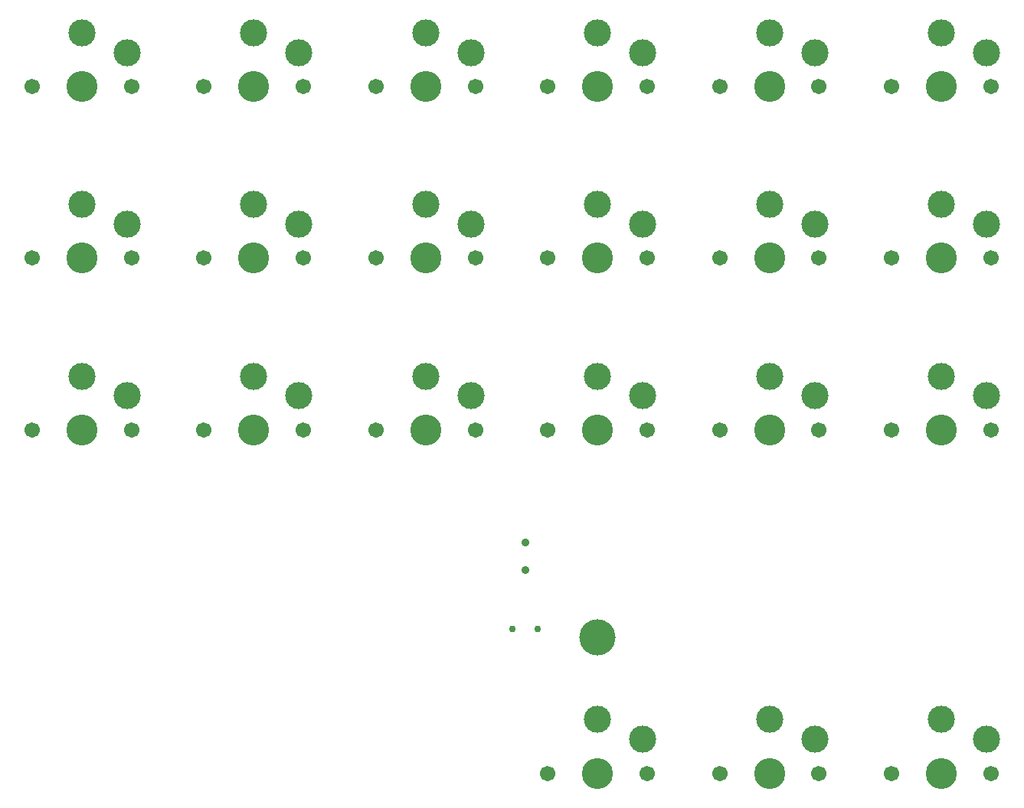
<source format=gbr>
%TF.GenerationSoftware,KiCad,Pcbnew,9.0.4*%
%TF.CreationDate,2025-09-30T09:24:15+02:00*%
%TF.ProjectId,left-finished,6c656674-2d66-4696-9e69-736865642e6b,v1.0.0*%
%TF.SameCoordinates,Original*%
%TF.FileFunction,NonPlated,1,2,NPTH,Drill*%
%TF.FilePolarity,Positive*%
%FSLAX46Y46*%
G04 Gerber Fmt 4.6, Leading zero omitted, Abs format (unit mm)*
G04 Created by KiCad (PCBNEW 9.0.4) date 2025-09-30 09:24:15*
%MOMM*%
%LPD*%
G01*
G04 APERTURE LIST*
%TA.AperFunction,ComponentDrill*%
%ADD10C,0.750000*%
%TD*%
%TA.AperFunction,ComponentDrill*%
%ADD11C,0.900000*%
%TD*%
%TA.AperFunction,ComponentDrill*%
%ADD12C,1.701800*%
%TD*%
%TA.AperFunction,ComponentDrill*%
%ADD13C,3.000000*%
%TD*%
%TA.AperFunction,ComponentDrill*%
%ADD14C,3.429000*%
%TD*%
%TA.AperFunction,ComponentDrill*%
%ADD15C,4.000000*%
%TD*%
G04 APERTURE END LIST*
D10*
%TO.C,B1*%
X147625000Y-134000000D03*
X150375000Y-134000000D03*
D11*
%TO.C,T1*%
X149000000Y-124500000D03*
X149000000Y-127500000D03*
D12*
%TO.C,S3*%
X94500000Y-74000000D03*
%TO.C,S2*%
X94500000Y-93000000D03*
%TO.C,S1*%
X94500000Y-112000000D03*
%TO.C,S3*%
X105500000Y-74000000D03*
%TO.C,S2*%
X105500000Y-93000000D03*
%TO.C,S1*%
X105500000Y-112000000D03*
%TO.C,S6*%
X113500000Y-74000000D03*
%TO.C,S5*%
X113500000Y-93000000D03*
%TO.C,S4*%
X113500000Y-112000000D03*
%TO.C,S6*%
X124500000Y-74000000D03*
%TO.C,S5*%
X124500000Y-93000000D03*
%TO.C,S4*%
X124500000Y-112000000D03*
%TO.C,S9*%
X132500000Y-74000000D03*
%TO.C,S8*%
X132500000Y-93000000D03*
%TO.C,S7*%
X132500000Y-112000000D03*
%TO.C,S9*%
X143500000Y-74000000D03*
%TO.C,S8*%
X143500000Y-93000000D03*
%TO.C,S7*%
X143500000Y-112000000D03*
%TO.C,S13*%
X151500000Y-74000000D03*
%TO.C,S12*%
X151500000Y-93000000D03*
%TO.C,S11*%
X151500000Y-112000000D03*
%TO.C,S10*%
X151500000Y-150000000D03*
%TO.C,S13*%
X162500000Y-74000000D03*
%TO.C,S12*%
X162500000Y-93000000D03*
%TO.C,S11*%
X162500000Y-112000000D03*
%TO.C,S10*%
X162500000Y-150000000D03*
%TO.C,S17*%
X170500000Y-74000000D03*
%TO.C,S16*%
X170500000Y-93000000D03*
%TO.C,S15*%
X170500000Y-112000000D03*
%TO.C,S14*%
X170500000Y-150000000D03*
%TO.C,S17*%
X181500000Y-74000000D03*
%TO.C,S16*%
X181500000Y-93000000D03*
%TO.C,S15*%
X181500000Y-112000000D03*
%TO.C,S14*%
X181500000Y-150000000D03*
%TO.C,S21*%
X189500000Y-74000000D03*
%TO.C,S20*%
X189500000Y-93000000D03*
%TO.C,S19*%
X189500000Y-112000000D03*
%TO.C,S18*%
X189500000Y-150000000D03*
%TO.C,S21*%
X200500000Y-74000000D03*
%TO.C,S20*%
X200500000Y-93000000D03*
%TO.C,S19*%
X200500000Y-112000000D03*
%TO.C,S18*%
X200500000Y-150000000D03*
D13*
%TO.C,S3*%
X100000000Y-68050000D03*
%TO.C,S2*%
X100000000Y-87050000D03*
%TO.C,S1*%
X100000000Y-106050000D03*
%TO.C,S3*%
X105000000Y-70250000D03*
%TO.C,S2*%
X105000000Y-89250000D03*
%TO.C,S1*%
X105000000Y-108250000D03*
%TO.C,S6*%
X119000000Y-68050000D03*
%TO.C,S5*%
X119000000Y-87050000D03*
%TO.C,S4*%
X119000000Y-106050000D03*
%TO.C,S6*%
X124000000Y-70250000D03*
%TO.C,S5*%
X124000000Y-89250000D03*
%TO.C,S4*%
X124000000Y-108250000D03*
%TO.C,S9*%
X138000000Y-68050000D03*
%TO.C,S8*%
X138000000Y-87050000D03*
%TO.C,S7*%
X138000000Y-106050000D03*
%TO.C,S9*%
X143000000Y-70250000D03*
%TO.C,S8*%
X143000000Y-89250000D03*
%TO.C,S7*%
X143000000Y-108250000D03*
%TO.C,S13*%
X157000000Y-68050000D03*
%TO.C,S12*%
X157000000Y-87050000D03*
%TO.C,S11*%
X157000000Y-106050000D03*
%TO.C,S10*%
X157000000Y-144050000D03*
%TO.C,S13*%
X162000000Y-70250000D03*
%TO.C,S12*%
X162000000Y-89250000D03*
%TO.C,S11*%
X162000000Y-108250000D03*
%TO.C,S10*%
X162000000Y-146250000D03*
%TO.C,S17*%
X176000000Y-68050000D03*
%TO.C,S16*%
X176000000Y-87050000D03*
%TO.C,S15*%
X176000000Y-106050000D03*
%TO.C,S14*%
X176000000Y-144050000D03*
%TO.C,S17*%
X181000000Y-70250000D03*
%TO.C,S16*%
X181000000Y-89250000D03*
%TO.C,S15*%
X181000000Y-108250000D03*
%TO.C,S14*%
X181000000Y-146250000D03*
%TO.C,S21*%
X195000000Y-68050000D03*
%TO.C,S20*%
X195000000Y-87050000D03*
%TO.C,S19*%
X195000000Y-106050000D03*
%TO.C,S18*%
X195000000Y-144050000D03*
%TO.C,S21*%
X200000000Y-70250000D03*
%TO.C,S20*%
X200000000Y-89250000D03*
%TO.C,S19*%
X200000000Y-108250000D03*
%TO.C,S18*%
X200000000Y-146250000D03*
D14*
%TO.C,S3*%
X100000000Y-74000000D03*
%TO.C,S2*%
X100000000Y-93000000D03*
%TO.C,S1*%
X100000000Y-112000000D03*
%TO.C,S6*%
X119000000Y-74000000D03*
%TO.C,S5*%
X119000000Y-93000000D03*
%TO.C,S4*%
X119000000Y-112000000D03*
%TO.C,S9*%
X138000000Y-74000000D03*
%TO.C,S8*%
X138000000Y-93000000D03*
%TO.C,S7*%
X138000000Y-112000000D03*
%TO.C,S13*%
X157000000Y-74000000D03*
%TO.C,S12*%
X157000000Y-93000000D03*
%TO.C,S11*%
X157000000Y-112000000D03*
%TO.C,S10*%
X157000000Y-150000000D03*
%TO.C,S17*%
X176000000Y-74000000D03*
%TO.C,S16*%
X176000000Y-93000000D03*
%TO.C,S15*%
X176000000Y-112000000D03*
%TO.C,S14*%
X176000000Y-150000000D03*
%TO.C,S21*%
X195000000Y-74000000D03*
%TO.C,S20*%
X195000000Y-93000000D03*
%TO.C,S19*%
X195000000Y-112000000D03*
%TO.C,S18*%
X195000000Y-150000000D03*
D15*
%TO.C,*%
X157000000Y-135000000D03*
M02*

</source>
